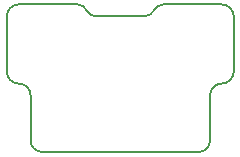
<source format=gbr>
%TF.GenerationSoftware,KiCad,Pcbnew,(6.0.5-0)*%
%TF.CreationDate,2022-06-18T01:32:46+09:00*%
%TF.ProjectId,bg-key,62672d6b-6579-42e6-9b69-6361645f7063,rev?*%
%TF.SameCoordinates,Original*%
%TF.FileFunction,Profile,NP*%
%FSLAX46Y46*%
G04 Gerber Fmt 4.6, Leading zero omitted, Abs format (unit mm)*
G04 Created by KiCad (PCBNEW (6.0.5-0)) date 2022-06-18 01:32:46*
%MOMM*%
%LPD*%
G01*
G04 APERTURE LIST*
%TA.AperFunction,Profile*%
%ADD10C,0.200000*%
%TD*%
G04 APERTURE END LIST*
D10*
X137200000Y-114500000D02*
G75*
G03*
X136450000Y-115000000I58000J-899500D01*
G01*
X124000000Y-120200000D02*
G75*
G03*
X125000000Y-121200000I1000000J0D01*
G01*
X140200000Y-127000000D02*
G75*
G03*
X141200000Y-126000000I0J1000000D01*
G01*
X126000000Y-126000000D02*
G75*
G03*
X127000000Y-127000000I1000000J0D01*
G01*
X141200000Y-122200000D02*
X141200000Y-126000000D01*
X125000000Y-114500000D02*
G75*
G03*
X124000000Y-115500000I0J-1000000D01*
G01*
X137200000Y-114500000D02*
X142200000Y-114500000D01*
X143200000Y-115500000D02*
G75*
G03*
X142200000Y-114500000I-1000000J0D01*
G01*
X130750000Y-115000000D02*
G75*
G03*
X131500000Y-115500000I808000J399500D01*
G01*
X135700000Y-115500000D02*
G75*
G03*
X136450000Y-115000000I-58000J899500D01*
G01*
X143200000Y-115500000D02*
X143200000Y-120200000D01*
X130750000Y-115000000D02*
G75*
G03*
X130000000Y-114500000I-808000J-399500D01*
G01*
X131500000Y-115500000D02*
X135700000Y-115500000D01*
X142200000Y-121200000D02*
G75*
G03*
X143200000Y-120200000I0J1000000D01*
G01*
X124000000Y-115500000D02*
X124000000Y-120200000D01*
X126000000Y-122200000D02*
X126000000Y-126000000D01*
X142200000Y-121200000D02*
G75*
G03*
X141200000Y-122200000I0J-1000000D01*
G01*
X127000000Y-127000000D02*
X140200000Y-127000000D01*
X126000000Y-122200000D02*
G75*
G03*
X125000000Y-121200000I-1000000J0D01*
G01*
X125000000Y-114500000D02*
X130000000Y-114500000D01*
M02*

</source>
